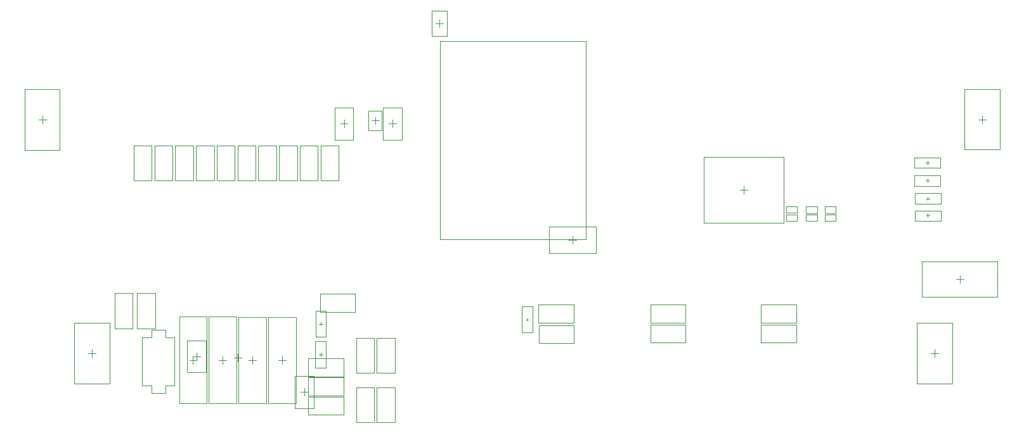
<source format=gbr>
%FSTAX23Y23*%
%MOIN*%
%SFA1B1*%

%IPPOS*%
%ADD13C,0.003937*%
%ADD119C,0.001969*%
%LNbrushed_pcb_mechanical_15-1*%
%LPD*%
G54D13*
X-01466Y-00762D02*
X-01427D01*
X-01446Y-00781D02*
Y-00742D01*
X-01663Y-00773D02*
Y-00734D01*
X-01683Y-00754D02*
X-01643D01*
X02169Y00266D02*
X02188D01*
X02179Y00257D02*
Y00276D01*
X02169Y00172D02*
X02188D01*
X02179Y00162D02*
Y00182D01*
X02173Y00077D02*
X02192D01*
X02182Y00068D02*
Y00087D01*
X02173Y-00012D02*
X02192D01*
X02182Y-00022D02*
Y-00002D01*
X02329Y-00348D02*
X02369D01*
X02349Y-00367D02*
Y-00328D01*
X02448Y00494D02*
X02487D01*
X02468Y00474D02*
Y00514D01*
X-00653Y00472D02*
X-00614D01*
X-00633Y00452D02*
Y00492D01*
X-00724Y00468D02*
Y00507D01*
X-00744Y00488D02*
X-00704D01*
X-01525Y-00793D02*
Y-00753D01*
X-01545Y-00773D02*
X-01505D01*
X-0137Y-00793D02*
Y-00754D01*
X-01389Y-00773D02*
X-0135D01*
X-01214Y-00793D02*
Y-00754D01*
X-01234Y-00773D02*
X-01194D01*
X-01682Y-00793D02*
Y-00753D01*
X-01701Y-00773D02*
X-01662D01*
X-0102Y-00744D02*
X-01D01*
X-0101Y-00754D02*
Y-00734D01*
X-01019Y-00583D02*
X-00999D01*
X-01009Y-00592D02*
Y-00573D01*
X-01096Y-00961D02*
Y-00921D01*
X-01116Y-00941D02*
X-01077D01*
X-02212Y-00757D02*
Y-00718D01*
X-02232Y-00738D02*
X-02192D01*
X-02494Y00493D02*
X-02454D01*
X-02474Y00474D02*
Y00513D01*
X00074Y-00564D02*
Y-00554D01*
X00069Y-00559D02*
X00079D01*
X-00887Y00452D02*
Y00492D01*
X-00907Y00472D02*
X-00868D01*
X-00385Y00981D02*
Y0102D01*
X-00405Y01D02*
X-00366D01*
X01213Y00103D02*
Y00142D01*
X01194Y00123D02*
X01233D01*
X00295Y-00141D02*
X00334D01*
X00314Y-00161D02*
Y-00122D01*
X02197Y-00738D02*
X02236D01*
X02216Y-00757D02*
Y-00718D01*
G54D119*
X-00715Y-00917D02*
X-0062D01*
X-00715Y-01102D02*
X-0062D01*
Y-00917*
X-00715Y-01102D02*
Y-00917D01*
X-00823D02*
X-00728D01*
X-00823Y-01102D02*
X-00728D01*
Y-00917*
X-00823Y-01102D02*
Y-00917D01*
X-01712Y-00838D02*
X-01614D01*
X-01712Y-00669D02*
X-01614D01*
Y-00838D02*
Y-00669D01*
X-01712Y-00838D02*
Y-00669D01*
X0211Y00239D02*
X02247D01*
Y00294*
X0211D02*
X02247D01*
X0211Y00239D02*
Y00294D01*
Y00144D02*
X02247D01*
Y002*
X0211D02*
X02247D01*
X0211Y00144D02*
Y002D01*
X02114Y0005D02*
X02251D01*
Y00105*
X02114D02*
X02251D01*
X02114Y0005D02*
Y00105D01*
Y-0004D02*
X02251D01*
Y00014*
X02114D02*
X02251D01*
X02114Y-0004D02*
Y00014D01*
X0215Y-0044D02*
X02548D01*
X0215D02*
Y-00255D01*
X02548Y-0044D02*
Y-00255D01*
X0215D02*
X02548D01*
X01493Y-00042D02*
Y-00007D01*
X01437Y-00042D02*
Y-00007D01*
Y-00042D02*
X01493D01*
X01437Y-00007D02*
X01493D01*
X01599Y-00042D02*
Y-00007D01*
X01542Y-00042D02*
Y-00007D01*
Y-00042D02*
X01599D01*
X01542Y-00007D02*
X01599D01*
X01542Y0D02*
Y00036D01*
X01599Y0D02*
Y00036D01*
X01542D02*
X01599D01*
X01542Y0D02*
X01599D01*
X01696Y-00042D02*
Y-00007D01*
X0164Y-00042D02*
Y-00007D01*
X01696*
X0164Y-00042D02*
X01696D01*
X0164Y0D02*
Y00036D01*
X01696Y0D02*
Y00036D01*
X0164Y0D02*
X01696D01*
X0164Y00036D02*
X01696D01*
X01437Y00002D02*
Y00037D01*
X01493Y00002D02*
Y00037D01*
X01437D02*
X01493D01*
X01437Y00002D02*
X01493D01*
X02375Y00335D02*
X0256D01*
Y00653*
X02375D02*
X0256D01*
X02375Y00335D02*
Y00653D01*
X-00683Y00387D02*
Y00557D01*
X-00584Y00387D02*
Y00557D01*
X-00683D02*
X-00584D01*
X-00683Y00387D02*
X-00584D01*
X-00758Y00435D02*
X-00691D01*
X-00758Y00541D02*
X-00691D01*
Y00435D02*
Y00541D01*
X-00758Y00435D02*
Y00541D01*
X-01452Y-01001D02*
Y-00545D01*
X-01598Y-01001D02*
X-01452D01*
X-01598Y-00545D02*
X-01452D01*
X-01598Y-01001D02*
Y-00545D01*
X-01442Y-01002D02*
Y-00546D01*
X-01297*
X-01442Y-01002D02*
X-01297D01*
Y-00546*
X-01287Y-01002D02*
Y-00546D01*
X-01141*
X-01287Y-01002D02*
X-01141D01*
Y-00546*
X-01609Y-01001D02*
Y-00545D01*
X-01754Y-01001D02*
X-01609D01*
X-01754Y-00545D02*
X-01609D01*
X-01754Y-01001D02*
Y-00545D01*
X-01038Y-00813D02*
X-00983D01*
X-01038D02*
Y-00675D01*
X-00983*
Y-00813D02*
Y-00675D01*
X-01037Y-00651D02*
X-00982D01*
X-01037D02*
Y-00514D01*
X-00982*
Y-00651D02*
Y-00514D01*
X-01075Y-00765D02*
X-00889D01*
X-01075Y-0086D02*
X-00889D01*
X-01075D02*
Y-00765D01*
X-00889Y-0086D02*
Y-00765D01*
X-01075Y-00864D02*
X-00889D01*
X-01075Y-00959D02*
X-00889D01*
X-01075D02*
Y-00864D01*
X-00889Y-00959D02*
Y-00864D01*
X-01075Y-01061D02*
X-00889D01*
X-01075Y-00966D02*
X-00889D01*
Y-01061D02*
Y-00966D01*
X-01075Y-01061D02*
Y-00966D01*
X-01147Y-01026D02*
X-01045D01*
X-01147Y-00856D02*
X-01045D01*
X-01147Y-01026D02*
Y-00856D01*
X-01045Y-01026D02*
Y-00856D01*
X-01013Y-00425D02*
X-00828D01*
X-01013Y-00519D02*
X-00828D01*
X-01013D02*
Y-00425D01*
X-00828Y-00519D02*
Y-00425D01*
X-01338Y00357D02*
X-01243D01*
X-01338Y00172D02*
X-01243D01*
Y00357*
X-01338Y00172D02*
Y00357D01*
X-01447D02*
X-01352D01*
X-01447Y00172D02*
X-01352D01*
Y00357*
X-01447Y00172D02*
Y00357D01*
X-01556D02*
X-01462D01*
X-01556Y00172D02*
X-01462D01*
Y00357*
X-01556Y00172D02*
Y00357D01*
X-01666D02*
X-01571D01*
X-01666Y00172D02*
X-01571D01*
Y00357*
X-01666Y00172D02*
Y00357D01*
X-01884D02*
X-01789D01*
X-01884Y00172D02*
X-01789D01*
Y00357*
X-01884Y00172D02*
Y00357D01*
X-01993D02*
X-01898D01*
X-01993Y00172D02*
X-01898D01*
Y00357*
X-01993Y00172D02*
Y00357D01*
X-01775D02*
X-0168D01*
X-01775Y00172D02*
X-0168D01*
Y00357*
X-01775Y00172D02*
Y00357D01*
X-0112D02*
X-01025D01*
X-0112Y00172D02*
X-01025D01*
Y00357*
X-0112Y00172D02*
Y00357D01*
X-01229D02*
X-01134D01*
X-01229Y00172D02*
X-01134D01*
Y00357*
X-01229Y00172D02*
Y00357D01*
X-01011D02*
X-00916D01*
X-01011Y00172D02*
X-00916D01*
Y00357*
X-01011Y00172D02*
Y00357D01*
X-02305Y-00897D02*
Y-00578D01*
X-0212*
Y-00897D02*
Y-00578D01*
X-02305Y-00897D02*
X-0212D01*
X-02567Y00653D02*
X-02382D01*
X-02567Y00334D02*
Y00653D01*
Y00334D02*
X-02382D01*
Y00653*
X-00383Y-00137D02*
X00383D01*
Y00905*
X-00383D02*
X00383D01*
X-00383Y-00137D02*
Y00905D01*
X-01826Y-00653D02*
X-01778D01*
X-01826D02*
Y-00613D01*
X-019D02*
X-01826D01*
X-019Y-00653D02*
Y-00613D01*
X-01948Y-00653D02*
X-019D01*
X-01948Y-00908D02*
Y-00653D01*
Y-00908D02*
X-019D01*
Y-00948D02*
Y-00908D01*
Y-00948D02*
X-01826D01*
Y-00908*
X-01778*
Y-00653*
X00723Y-00576D02*
Y-00481D01*
X00908Y-00576D02*
Y-00481D01*
X00723D02*
X00908D01*
X00723Y-00576D02*
X00908D01*
X00135D02*
Y-00481D01*
X00321Y-00576D02*
Y-00481D01*
X00135D02*
X00321D01*
X00135Y-00576D02*
X00321D01*
X01304D02*
Y-00481D01*
X0149Y-00576D02*
Y-00481D01*
X01304D02*
X0149D01*
X01304Y-00576D02*
X0149D01*
X00723Y-00682D02*
Y-00587D01*
X00908Y-00682D02*
Y-00587D01*
X00723D02*
X00908D01*
X00723Y-00682D02*
X00908D01*
X00137Y-00683D02*
Y-00589D01*
X00322Y-00683D02*
Y-00589D01*
X00137D02*
X00322D01*
X00137Y-00683D02*
X00322D01*
X01304Y-00682D02*
Y-00587D01*
X0149Y-00682D02*
Y-00587D01*
X01304D02*
X0149D01*
X01304Y-00682D02*
X0149D01*
X-00715Y-00656D02*
X-0062D01*
X-00715Y-00842D02*
X-0062D01*
Y-00656*
X-00715Y-00842D02*
Y-00656D01*
X-00823D02*
X-00728D01*
X-00823Y-00842D02*
X-00728D01*
Y-00656*
X-00823Y-00842D02*
Y-00656D01*
X-01975Y-00606D02*
X-0188D01*
X-01975Y-00421D02*
X-0188D01*
X-01975Y-00606D02*
Y-00421D01*
X-0188Y-00606D02*
Y-00421D01*
X-02094Y-00607D02*
X-01999D01*
X-02094Y-00422D02*
X-01999D01*
X-02094Y-00607D02*
Y-00422D01*
X-01999Y-00607D02*
Y-00422D01*
X00046Y-0049D02*
X00103D01*
Y-00627D02*
Y-0049D01*
X00046Y-00627D02*
X00103D01*
X00046D02*
Y-0049D01*
X-00937Y00557D02*
X-00838D01*
X-00937Y00387D02*
X-00838D01*
X-00937D02*
Y00557D01*
X-00838Y00387D02*
Y00557D01*
X-00425Y01067D02*
X-00346D01*
X-00425Y00934D02*
X-00346D01*
Y01067*
X-00425Y00934D02*
Y01067D01*
X01003Y00296D02*
X01424D01*
X01003Y-0005D02*
X01424D01*
X01003D02*
Y00296D01*
X01424Y-0005D02*
Y00296D01*
X0019Y-00212D02*
Y-0007D01*
X00438Y-00212D02*
Y-0007D01*
X0019Y-00212D02*
X00438D01*
X0019Y-0007D02*
X00438D01*
X02124Y-00897D02*
X02309D01*
Y-00578*
X02124D02*
X02309D01*
X02124Y-00897D02*
Y-00578D01*
M02*
</source>
